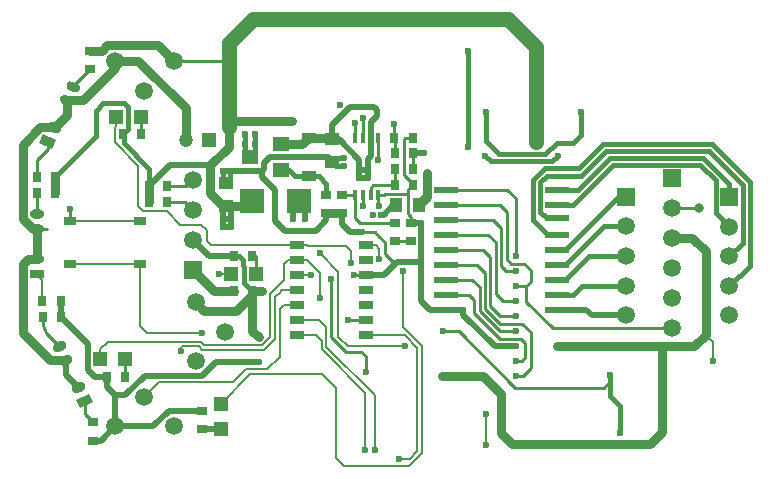
<source format=gbr>
%TF.GenerationSoftware,KiCad,Pcbnew,(5.1.8-0-10_14)*%
%TF.CreationDate,2022-01-05T18:09:54+08:00*%
%TF.ProjectId,MicroMouse,4d696372-6f4d-46f7-9573-652e6b696361,rev?*%
%TF.SameCoordinates,Original*%
%TF.FileFunction,Copper,L1,Top*%
%TF.FilePolarity,Positive*%
%FSLAX46Y46*%
G04 Gerber Fmt 4.6, Leading zero omitted, Abs format (unit mm)*
G04 Created by KiCad (PCBNEW (5.1.8-0-10_14)) date 2022-01-05 18:09:54*
%MOMM*%
%LPD*%
G01*
G04 APERTURE LIST*
%TA.AperFunction,ComponentPad*%
%ADD10C,1.500000*%
%TD*%
%TA.AperFunction,ComponentPad*%
%ADD11R,1.500000X1.500000*%
%TD*%
%TA.AperFunction,ComponentPad*%
%ADD12C,1.200000*%
%TD*%
%TA.AperFunction,ComponentPad*%
%ADD13R,1.200000X1.200000*%
%TD*%
%TA.AperFunction,ComponentPad*%
%ADD14C,0.100000*%
%TD*%
%TA.AperFunction,ComponentPad*%
%ADD15O,1.200000X0.800000*%
%TD*%
%TA.AperFunction,ComponentPad*%
%ADD16R,1.200000X0.800000*%
%TD*%
%TA.AperFunction,SMDPad,CuDef*%
%ADD17R,0.787000X0.864000*%
%TD*%
%TA.AperFunction,SMDPad,CuDef*%
%ADD18R,1.270000X0.700000*%
%TD*%
%TA.AperFunction,SMDPad,CuDef*%
%ADD19R,2.000000X0.600000*%
%TD*%
%TA.AperFunction,SMDPad,CuDef*%
%ADD20R,0.400000X0.950000*%
%TD*%
%TA.AperFunction,SMDPad,CuDef*%
%ADD21R,1.000000X0.700000*%
%TD*%
%TA.AperFunction,SMDPad,CuDef*%
%ADD22R,0.864000X0.787000*%
%TD*%
%TA.AperFunction,SMDPad,CuDef*%
%ADD23R,1.400000X1.200000*%
%TD*%
%TA.AperFunction,SMDPad,CuDef*%
%ADD24R,1.200000X1.200000*%
%TD*%
%TA.AperFunction,SMDPad,CuDef*%
%ADD25R,1.220000X0.910000*%
%TD*%
%TA.AperFunction,SMDPad,CuDef*%
%ADD26R,2.000000X2.000000*%
%TD*%
%TA.AperFunction,SMDPad,CuDef*%
%ADD27R,1.200000X1.140000*%
%TD*%
%TA.AperFunction,SMDPad,CuDef*%
%ADD28R,1.140000X1.200000*%
%TD*%
%TA.AperFunction,ViaPad*%
%ADD29C,0.600000*%
%TD*%
%TA.AperFunction,ViaPad*%
%ADD30C,0.800000*%
%TD*%
%TA.AperFunction,Conductor*%
%ADD31C,0.508000*%
%TD*%
%TA.AperFunction,Conductor*%
%ADD32C,0.250000*%
%TD*%
%TA.AperFunction,Conductor*%
%ADD33C,0.254000*%
%TD*%
%TA.AperFunction,Conductor*%
%ADD34C,0.381000*%
%TD*%
%TA.AperFunction,Conductor*%
%ADD35C,0.762000*%
%TD*%
%TA.AperFunction,Conductor*%
%ADD36C,0.200000*%
%TD*%
%TA.AperFunction,Conductor*%
%ADD37C,1.270000*%
%TD*%
G04 APERTURE END LIST*
D10*
X82189460Y-84541500D03*
X82189460Y-87081500D03*
X82189460Y-89621500D03*
D11*
X82189460Y-92161500D03*
D12*
X81604240Y-81196320D03*
D13*
X83604240Y-81196320D03*
%TA.AperFunction,ComponentPad*%
G36*
G01*
X72887034Y-102429010D02*
X72524510Y-102598058D01*
G75*
G02*
X71992940Y-102404582I-169047J362523D01*
G01*
X71992940Y-102404582D01*
G75*
G02*
X72186416Y-101873012I362523J169047D01*
G01*
X72548940Y-101703964D01*
G75*
G02*
X73080510Y-101897440I169047J-362523D01*
G01*
X73080510Y-101897440D01*
G75*
G02*
X72887034Y-102429010I-362523J-169047D01*
G01*
G37*
%TD.AperFunction*%
%TA.AperFunction,ComponentPad*%
G36*
G01*
X71813584Y-100126988D02*
X71451060Y-100296036D01*
G75*
G02*
X70919490Y-100102560I-169047J362523D01*
G01*
X70919490Y-100102560D01*
G75*
G02*
X71112966Y-99570990I362523J169047D01*
G01*
X71475490Y-99401942D01*
G75*
G02*
X72007060Y-99595418I169047J-362523D01*
G01*
X72007060Y-99595418D01*
G75*
G02*
X71813584Y-100126988I-362523J-169047D01*
G01*
G37*
%TD.AperFunction*%
%TA.AperFunction,ComponentPad*%
G36*
G01*
X71276859Y-98975977D02*
X70914335Y-99145025D01*
G75*
G02*
X70382765Y-98951549I-169047J362523D01*
G01*
X70382765Y-98951549D01*
G75*
G02*
X70576241Y-98419979I362523J169047D01*
G01*
X70938765Y-98250931D01*
G75*
G02*
X71470335Y-98444407I169047J-362523D01*
G01*
X71470335Y-98444407D01*
G75*
G02*
X71276859Y-98975977I-362523J-169047D01*
G01*
G37*
%TD.AperFunction*%
%TA.AperFunction,ComponentPad*%
D14*
G36*
X73786282Y-103410974D02*
G01*
X72698713Y-103918116D01*
X72360618Y-103193070D01*
X73448187Y-102685928D01*
X73786282Y-103410974D01*
G37*
%TD.AperFunction*%
D15*
X69000000Y-91270000D03*
X69000000Y-88730000D03*
X69000000Y-87460000D03*
D16*
X69000000Y-92540000D03*
%TA.AperFunction,ComponentPad*%
G36*
G01*
X70475490Y-80598058D02*
X70112966Y-80429010D01*
G75*
G02*
X69919490Y-79897440I169047J362523D01*
G01*
X69919490Y-79897440D01*
G75*
G02*
X70451060Y-79703964I362523J-169047D01*
G01*
X70813584Y-79873012D01*
G75*
G02*
X71007060Y-80404582I-169047J-362523D01*
G01*
X71007060Y-80404582D01*
G75*
G02*
X70475490Y-80598058I-362523J169047D01*
G01*
G37*
%TD.AperFunction*%
%TA.AperFunction,ComponentPad*%
G36*
G01*
X71548940Y-78296036D02*
X71186416Y-78126988D01*
G75*
G02*
X70992940Y-77595418I169047J362523D01*
G01*
X70992940Y-77595418D01*
G75*
G02*
X71524510Y-77401942I362523J-169047D01*
G01*
X71887034Y-77570990D01*
G75*
G02*
X72080510Y-78102560I-169047J-362523D01*
G01*
X72080510Y-78102560D01*
G75*
G02*
X71548940Y-78296036I-362523J169047D01*
G01*
G37*
%TD.AperFunction*%
%TA.AperFunction,ComponentPad*%
G36*
G01*
X72085665Y-77145025D02*
X71723141Y-76975977D01*
G75*
G02*
X71529665Y-76444407I169047J362523D01*
G01*
X71529665Y-76444407D01*
G75*
G02*
X72061235Y-76250931I362523J-169047D01*
G01*
X72423759Y-76419979D01*
G75*
G02*
X72617235Y-76951549I-169047J-362523D01*
G01*
X72617235Y-76951549D01*
G75*
G02*
X72085665Y-77145025I-362523J169047D01*
G01*
G37*
%TD.AperFunction*%
%TA.AperFunction,ComponentPad*%
D14*
G36*
X70301287Y-81918116D02*
G01*
X69213718Y-81410974D01*
X69551813Y-80685928D01*
X70639382Y-81193070D01*
X70301287Y-81918116D01*
G37*
%TD.AperFunction*%
D10*
X118859440Y-96017240D03*
X118859440Y-93517240D03*
X118859440Y-91017240D03*
X118859440Y-88517240D03*
D11*
X118859440Y-86017240D03*
D17*
X78508700Y-86408400D03*
X80058700Y-86408400D03*
X78508700Y-85072360D03*
X80058700Y-85072360D03*
D10*
X127640220Y-96052800D03*
X127640220Y-93552800D03*
X127640220Y-91052800D03*
X127640220Y-88552800D03*
D11*
X127640220Y-86052800D03*
D18*
X96867440Y-90101400D03*
X96867440Y-91361400D03*
X96867440Y-92631400D03*
X96867440Y-95171400D03*
X96867440Y-96441400D03*
X96867440Y-97711400D03*
X91067440Y-97711400D03*
X91067440Y-96441400D03*
X91067440Y-95171400D03*
X91067440Y-90091400D03*
X91067440Y-91361400D03*
X91067440Y-92631400D03*
X96867440Y-93901400D03*
X91067440Y-93901400D03*
D19*
X113018440Y-85397480D03*
X113018440Y-86667480D03*
X113018440Y-87827480D03*
X113018440Y-89207480D03*
X113018440Y-90477480D03*
X113018440Y-91747480D03*
X113018440Y-93017480D03*
X113018440Y-94287480D03*
X113018440Y-95557480D03*
X103618440Y-95557480D03*
X103618440Y-94287480D03*
X103618440Y-93017480D03*
X103618440Y-91747480D03*
X103618440Y-90477480D03*
X103618440Y-89207480D03*
X103618440Y-87937480D03*
X103618440Y-86667480D03*
X103618440Y-85397480D03*
D20*
X95974400Y-81034060D03*
X96624400Y-81034060D03*
X97274400Y-81034060D03*
X97924400Y-81034060D03*
X97924400Y-85834060D03*
X97274400Y-85834060D03*
X95974400Y-85834060D03*
X96624400Y-85834060D03*
D21*
X77775200Y-91725500D03*
X71775200Y-91725500D03*
X77775200Y-88025500D03*
X71775200Y-88025500D03*
D10*
X78117840Y-77005960D03*
X75617840Y-74505960D03*
X80617840Y-74505960D03*
X78117840Y-102948240D03*
X80617840Y-105448240D03*
X75617840Y-105448240D03*
X84943460Y-97442160D03*
X82443460Y-99942160D03*
X82443460Y-94942160D03*
D22*
X82994500Y-105661760D03*
X82994500Y-104111760D03*
X73499980Y-75197000D03*
X73499980Y-73647000D03*
D17*
X70536100Y-84340700D03*
X68986100Y-84340700D03*
X69494100Y-96179640D03*
X71044100Y-96179640D03*
D22*
X73761600Y-106642200D03*
X73761600Y-105092200D03*
D17*
X76280980Y-80718660D03*
X77830980Y-80718660D03*
X74947480Y-101274880D03*
X76497480Y-101274880D03*
X68991180Y-85669120D03*
X70541180Y-85669120D03*
X71026320Y-94828360D03*
X69476320Y-94828360D03*
X85678980Y-91020900D03*
X87228980Y-91020900D03*
D22*
X93494860Y-87394080D03*
X93494860Y-85844080D03*
X99319220Y-89775000D03*
X99319220Y-88225000D03*
D17*
X100838440Y-84988540D03*
X99288440Y-84988540D03*
X99288440Y-83652500D03*
X100838440Y-83652500D03*
X100828280Y-80993120D03*
X99278280Y-80993120D03*
X99288440Y-82316460D03*
X100838440Y-82316460D03*
D23*
X87033720Y-82649200D03*
X89633720Y-81549200D03*
X89633720Y-83749200D03*
D11*
X122753260Y-84417040D03*
D10*
X122753260Y-86957040D03*
X122753260Y-89497040D03*
X122753260Y-92037040D03*
X122753260Y-94577040D03*
X122753260Y-97117040D03*
D24*
X77821500Y-79217520D03*
X75721500Y-79217520D03*
X76477840Y-99722940D03*
X74377840Y-99722940D03*
X87564940Y-92516960D03*
X85464940Y-92516960D03*
X84594700Y-105675140D03*
X84594700Y-103575140D03*
D25*
X92024340Y-84276580D03*
X92024340Y-81006580D03*
D26*
X87202400Y-86324580D03*
X91202400Y-86324580D03*
D17*
X87254380Y-94013020D03*
X85704380Y-94013020D03*
D27*
X85044420Y-84836180D03*
X85044420Y-86746180D03*
D28*
X101351180Y-86715080D03*
X99441180Y-86715080D03*
D22*
X94825820Y-87363300D03*
X94825820Y-85813300D03*
X100655260Y-88225000D03*
X100655260Y-89775000D03*
D27*
X93992840Y-83022540D03*
X93992840Y-81112540D03*
D29*
X126270000Y-99930000D03*
X105100000Y-95560000D03*
X103340000Y-101200000D03*
X85390000Y-83860000D03*
X95820000Y-92630000D03*
X109532560Y-98656280D03*
X113030140Y-98656280D03*
X125628540Y-96225500D03*
X95021540Y-82753340D03*
X95021540Y-83401040D03*
X94660860Y-78260080D03*
X84760000Y-83860000D03*
X97932240Y-86761320D03*
X93934280Y-92984320D03*
X96855280Y-100820220D03*
X101569520Y-88229440D03*
X96500000Y-89020000D03*
X113192560Y-106956860D03*
X96306780Y-83710920D03*
X97002740Y-83708380D03*
X96306780Y-84376400D03*
X97002740Y-84384020D03*
X101821120Y-82313920D03*
X95971500Y-79748520D03*
X97929700Y-82915760D03*
X102021640Y-84609940D03*
X102019100Y-83959700D03*
X90718640Y-87866220D03*
X91678760Y-87863680D03*
X98135440Y-87530940D03*
X97477580Y-87528400D03*
X84790000Y-88560000D03*
X85430000Y-88560000D03*
X85430000Y-87890000D03*
X84790000Y-87910000D03*
X90580000Y-79550000D03*
D30*
X111269920Y-81356340D03*
X111269920Y-80297160D03*
X111269920Y-79253220D03*
X111269920Y-78196580D03*
X125095140Y-86972280D03*
D29*
X92196920Y-92631260D03*
X87772240Y-97962720D03*
X87777320Y-100000000D03*
X88181180Y-94010480D03*
X100009960Y-92306280D03*
X84401660Y-92516960D03*
X98013520Y-91307920D03*
X92986860Y-94569280D03*
X95605600Y-91597480D03*
X109532560Y-93576280D03*
X96624280Y-79347200D03*
X99276040Y-79829800D03*
X96624140Y-86824820D03*
X99640000Y-108220000D03*
X81168240Y-99067620D03*
X97610000Y-107440000D03*
X95370000Y-96440000D03*
X96800000Y-107420000D03*
X92986860Y-90800000D03*
X100213160Y-98656140D03*
X109532560Y-101196280D03*
X109532560Y-99926280D03*
X109532560Y-91033740D03*
X109532560Y-92306280D03*
X109532560Y-94846280D03*
X109532560Y-96116280D03*
X109532560Y-97386280D03*
X106990000Y-82510000D03*
X113100000Y-82510000D03*
X71772780Y-86995000D03*
X107000000Y-104394000D03*
X107000000Y-107000000D03*
X86600000Y-81500000D03*
X87465040Y-81503660D03*
X86601440Y-80680700D03*
X87465040Y-80680700D03*
X118410000Y-105960000D03*
X103402560Y-97400000D03*
X83000000Y-97500000D03*
X117522560Y-101120000D03*
X105530000Y-73640000D03*
X105520000Y-81750000D03*
X107020000Y-78810000D03*
X115050000Y-78810000D03*
D31*
X109108296Y-98656280D02*
X109532560Y-98656280D01*
X103618440Y-95557480D02*
X104318440Y-95557480D01*
D32*
X69850000Y-88730000D02*
X69000000Y-88730000D01*
D33*
X100454179Y-85372801D02*
X100838440Y-84988540D01*
X100655260Y-87693760D02*
X100454179Y-87492679D01*
X100655260Y-88112440D02*
X100655260Y-87693760D01*
X98378400Y-85834060D02*
X97924400Y-85834060D01*
X98464919Y-85747541D02*
X98378400Y-85834060D01*
X99943541Y-85747541D02*
X98464919Y-85747541D01*
X99963823Y-85727259D02*
X99943541Y-85747541D01*
X100454179Y-85727259D02*
X99963823Y-85727259D01*
X100454179Y-85727259D02*
X100454179Y-85372801D01*
X100454179Y-87492679D02*
X100454179Y-85727259D01*
X97924400Y-86753480D02*
X97932240Y-86761320D01*
X97924400Y-85834060D02*
X97924400Y-86753480D01*
D32*
X100184780Y-80993120D02*
X100053140Y-81124760D01*
X100828280Y-80993120D02*
X100184780Y-80993120D01*
X100838440Y-84950040D02*
X100838440Y-84988540D01*
X100053140Y-84164740D02*
X100838440Y-84950040D01*
X100053140Y-81124760D02*
X100053140Y-84164740D01*
X93494860Y-87394080D02*
X93494860Y-87734140D01*
X97757660Y-92626180D02*
X97975420Y-92626180D01*
X97752440Y-92631400D02*
X97757660Y-92626180D01*
X96867440Y-92631400D02*
X97752440Y-92631400D01*
X93934280Y-97629980D02*
X93934280Y-92984320D01*
X93934280Y-97882850D02*
X93934280Y-97629980D01*
X95157579Y-99106149D02*
X93934280Y-97882850D01*
X96472170Y-99106150D02*
X95157579Y-99106149D01*
X96855280Y-99489260D02*
X96472170Y-99106150D01*
X96855280Y-100820220D02*
X96855280Y-99489260D01*
D31*
X113030140Y-98656280D02*
X121923720Y-98656280D01*
D33*
X96866040Y-92630000D02*
X96867440Y-92631400D01*
X95820000Y-92630000D02*
X96866040Y-92630000D01*
D34*
X85390000Y-83860000D02*
X84760000Y-83860000D01*
X93992840Y-83022540D02*
X93728999Y-82758699D01*
D35*
X124495700Y-89497040D02*
X125628540Y-90629880D01*
X122753260Y-89497040D02*
X124495700Y-89497040D01*
X125628540Y-90629880D02*
X125628540Y-96225500D01*
X125628540Y-97686000D02*
X124658260Y-98656280D01*
X125628540Y-96225500D02*
X125628540Y-97686000D01*
X113030140Y-98656280D02*
X124658260Y-98656280D01*
X121923720Y-105936280D02*
X120903140Y-106956860D01*
X121923720Y-98656280D02*
X121923720Y-105936280D01*
X120903140Y-106956860D02*
X113192560Y-106956860D01*
X106790000Y-101200000D02*
X103340000Y-101200000D01*
X108310000Y-102720000D02*
X106790000Y-101200000D01*
X108310000Y-106020000D02*
X108310000Y-102720000D01*
X109246860Y-106956860D02*
X108310000Y-106020000D01*
X113192560Y-106956860D02*
X109246860Y-106956860D01*
D31*
X103620960Y-95560000D02*
X103618440Y-95557480D01*
X105100000Y-95560000D02*
X103620960Y-95560000D01*
X107772016Y-98656280D02*
X109532560Y-98656280D01*
X105100000Y-95984264D02*
X107772016Y-98656280D01*
X105100000Y-95560000D02*
X105100000Y-95984264D01*
X102327480Y-95557480D02*
X103618440Y-95557480D01*
X101569520Y-94799520D02*
X102327480Y-95557480D01*
X101565080Y-88225000D02*
X101569520Y-88229440D01*
X100655260Y-88225000D02*
X101565080Y-88225000D01*
X96867440Y-92631400D02*
X98378600Y-92631400D01*
X101546761Y-91552279D02*
X101569520Y-91529520D01*
X99457721Y-91552279D02*
X101546761Y-91552279D01*
X101569520Y-91529520D02*
X101569520Y-94799520D01*
X101569520Y-88229440D02*
X101569520Y-91529520D01*
D33*
X98440529Y-90806967D02*
X99255000Y-91621438D01*
D31*
X99255000Y-91755000D02*
X99457721Y-91552279D01*
D33*
X99255000Y-91621438D02*
X99255000Y-91755000D01*
X98440529Y-89830529D02*
X98440529Y-90806967D01*
D31*
X98378600Y-92631400D02*
X99255000Y-91755000D01*
D35*
X94795040Y-87394080D02*
X94825820Y-87363300D01*
X93494860Y-87394080D02*
X94795040Y-87394080D01*
D31*
X93494860Y-87394080D02*
X93494860Y-87985140D01*
X93494860Y-87985140D02*
X92620000Y-88860000D01*
X92620000Y-88860000D02*
X90010000Y-88860000D01*
X90010000Y-88860000D02*
X89180000Y-88030000D01*
X88057800Y-84290482D02*
X88057800Y-83860000D01*
X89180000Y-85412682D02*
X88057800Y-84290482D01*
X89180000Y-88030000D02*
X89180000Y-85412682D01*
X84760000Y-83860000D02*
X88057800Y-83860000D01*
D35*
X84040980Y-94013020D02*
X82189460Y-92161500D01*
X85704380Y-94013020D02*
X84040980Y-94013020D01*
D31*
X71463275Y-101077561D02*
X72536725Y-102151011D01*
X71463275Y-99848989D02*
X71463275Y-101077561D01*
D35*
X68224198Y-91270000D02*
X69000000Y-91270000D01*
X67818999Y-97547975D02*
X67818999Y-91675199D01*
X67818999Y-91675199D02*
X68224198Y-91270000D01*
X70120013Y-99848989D02*
X67818999Y-97547975D01*
X71463275Y-99848989D02*
X70120013Y-99848989D01*
X69000000Y-91270000D02*
X69000000Y-88730000D01*
X70417182Y-80104918D02*
X70463275Y-80151011D01*
X69311150Y-80104918D02*
X70417182Y-80104918D01*
X67818990Y-81597078D02*
X69311150Y-80104918D01*
X67818990Y-87866347D02*
X67818990Y-81597078D01*
X68682643Y-88730000D02*
X67818990Y-87866347D01*
X69000000Y-88730000D02*
X68682643Y-88730000D01*
X71536725Y-79077561D02*
X70463275Y-80151011D01*
X71536725Y-77848989D02*
X71536725Y-79077561D01*
X75617840Y-75111136D02*
X75617840Y-74505960D01*
X72879987Y-77848989D02*
X75617840Y-75111136D01*
X71536725Y-77848989D02*
X72879987Y-77848989D01*
X81604240Y-78522478D02*
X81604240Y-81196320D01*
X77587722Y-74505960D02*
X81604240Y-78522478D01*
X75617840Y-74505960D02*
X77587722Y-74505960D01*
D31*
X96500000Y-89020000D02*
X95550000Y-89020000D01*
X94825820Y-88295820D02*
X94825820Y-87363300D01*
X95550000Y-89020000D02*
X94825820Y-88295820D01*
D33*
X96500000Y-89020000D02*
X97630000Y-89020000D01*
X97985000Y-89375000D02*
X98440529Y-89830529D01*
X97630000Y-89020000D02*
X97985000Y-89375000D01*
X97903700Y-89293700D02*
X97985000Y-89375000D01*
D34*
X84760000Y-84551760D02*
X85044420Y-84836180D01*
X84760000Y-83860000D02*
X84760000Y-84551760D01*
X85390000Y-84490600D02*
X85044420Y-84836180D01*
X85390000Y-83860000D02*
X85390000Y-84490600D01*
X94262040Y-82753340D02*
X93992840Y-83022540D01*
X95021540Y-82753340D02*
X94262040Y-82753340D01*
X94371340Y-83401040D02*
X93992840Y-83022540D01*
X95021540Y-83401040D02*
X94371340Y-83401040D01*
D31*
X93992840Y-83022540D02*
X93630300Y-82660000D01*
X88737118Y-82660000D02*
X88260000Y-83137118D01*
X93630300Y-82660000D02*
X88737118Y-82660000D01*
X88260000Y-83657800D02*
X88260000Y-83137118D01*
X88057800Y-83860000D02*
X88260000Y-83657800D01*
D36*
X126270000Y-98327460D02*
X125628540Y-97686000D01*
X126270000Y-99930000D02*
X126270000Y-98327460D01*
D34*
X97274400Y-81034060D02*
X97274400Y-82281020D01*
D33*
X100838440Y-82316460D02*
X100838440Y-83652500D01*
D31*
X101818580Y-82316460D02*
X101821120Y-82313920D01*
X100838440Y-82316460D02*
X101818580Y-82316460D01*
X97000200Y-83710920D02*
X97002740Y-83708380D01*
X96306780Y-83710920D02*
X97000200Y-83710920D01*
X97002740Y-83708380D02*
X97002740Y-84384020D01*
X96306780Y-83710920D02*
X96306780Y-84376400D01*
X96995120Y-84376400D02*
X97002740Y-84384020D01*
X96306780Y-84376400D02*
X96995120Y-84376400D01*
X93992840Y-81112540D02*
X94562540Y-81112540D01*
X96306780Y-82856780D02*
X96306780Y-83710920D01*
X94562540Y-81112540D02*
X96306780Y-82856780D01*
X93992840Y-79935982D02*
X93992840Y-81112540D01*
X95548822Y-78380000D02*
X93992840Y-79935982D01*
X97530000Y-78380000D02*
X95548822Y-78380000D01*
X97840000Y-78690000D02*
X97530000Y-78380000D01*
X97840000Y-79139362D02*
X97840000Y-78690000D01*
X97274400Y-79704962D02*
X97840000Y-79139362D01*
X97274400Y-81034060D02*
X97274400Y-79704962D01*
X97002740Y-82834838D02*
X97002740Y-84384020D01*
X97274400Y-82563178D02*
X97002740Y-82834838D01*
X97274400Y-81034060D02*
X97274400Y-82563178D01*
D35*
X91481720Y-81549200D02*
X92024340Y-81006580D01*
X89633720Y-81549200D02*
X91481720Y-81549200D01*
X93886880Y-81006580D02*
X93992840Y-81112540D01*
X92024340Y-81006580D02*
X93886880Y-81006580D01*
D33*
X95974400Y-79751420D02*
X95971500Y-79748520D01*
X95974400Y-81034060D02*
X95974400Y-79751420D01*
X99319220Y-89775000D02*
X100655260Y-89775000D01*
X95973900Y-85834560D02*
X95974400Y-85834060D01*
X96393640Y-88225000D02*
X99319220Y-88225000D01*
X95974400Y-87805760D02*
X96393640Y-88225000D01*
X95974400Y-85834060D02*
X95974400Y-87805760D01*
X95953640Y-85813300D02*
X95974400Y-85834060D01*
X94825820Y-85813300D02*
X95953640Y-85813300D01*
X97924400Y-82910460D02*
X97929700Y-82915760D01*
X97924400Y-81034060D02*
X97924400Y-82910460D01*
D31*
X102021640Y-85844620D02*
X101351180Y-86515080D01*
X102021640Y-84609940D02*
X102021640Y-85844620D01*
D35*
X102019100Y-84607400D02*
X102021640Y-84609940D01*
X102019100Y-83959700D02*
X102019100Y-84607400D01*
X102021640Y-86044620D02*
X101351180Y-86715080D01*
X102021640Y-84609940D02*
X102021640Y-86044620D01*
D31*
X99186438Y-86715080D02*
X99441180Y-86715080D01*
X98370578Y-87530940D02*
X99186438Y-86715080D01*
X98135440Y-87530940D02*
X98370578Y-87530940D01*
X91678760Y-86800940D02*
X91202400Y-86324580D01*
X91678760Y-87863680D02*
X91678760Y-86800940D01*
X90718640Y-86808340D02*
X91202400Y-86324580D01*
X90718640Y-87866220D02*
X90718640Y-86808340D01*
D35*
X86780800Y-86746180D02*
X87202400Y-86324580D01*
X85044420Y-86746180D02*
X86780800Y-86746180D01*
D37*
X85250160Y-72966720D02*
X87287240Y-70929640D01*
X87287240Y-70929640D02*
X108907720Y-70929640D01*
X108907720Y-70929640D02*
X111269920Y-73291840D01*
X111269920Y-73291840D02*
X111269920Y-78196580D01*
X111269920Y-81356340D02*
X111269920Y-81356340D01*
X111269920Y-80297160D02*
X111269920Y-81356340D01*
X111269920Y-79253220D02*
X111269920Y-80297160D01*
X111269920Y-78196580D02*
X111269920Y-79253220D01*
D33*
X125079900Y-86957040D02*
X125095140Y-86972280D01*
X122753260Y-86957040D02*
X125079900Y-86957040D01*
D35*
X83703300Y-83307060D02*
X85250160Y-81760200D01*
X85250160Y-81760200D02*
X85250160Y-80134600D01*
X83703300Y-85710862D02*
X83703300Y-83307060D01*
X84738618Y-86746180D02*
X83703300Y-85710862D01*
X85044420Y-86746180D02*
X84738618Y-86746180D01*
D33*
X85026640Y-74505960D02*
X85250160Y-74729480D01*
X80617840Y-74505960D02*
X85026640Y-74505960D01*
D37*
X85250160Y-74729480D02*
X85250160Y-72966720D01*
D33*
X85519540Y-79865220D02*
X85250160Y-80134600D01*
D32*
X74443600Y-106642200D02*
X74443900Y-106641900D01*
X73761600Y-106642200D02*
X74443600Y-106642200D01*
X74443600Y-106622480D02*
X74678540Y-106387540D01*
X74443600Y-106642200D02*
X74443600Y-106622480D01*
X74678540Y-106387540D02*
X75617840Y-105448240D01*
D36*
X76280980Y-81518464D02*
X76280980Y-80718660D01*
X78508700Y-83746184D02*
X76280980Y-81518464D01*
X92196780Y-92631400D02*
X92196920Y-92631260D01*
X91067440Y-92631400D02*
X92196780Y-92631400D01*
D34*
X88178640Y-94013020D02*
X88181180Y-94010480D01*
X87254380Y-94013020D02*
X88178640Y-94013020D01*
X83703300Y-83307060D02*
X81437340Y-83307060D01*
X78508700Y-83746184D02*
X78508700Y-85072360D01*
X78508700Y-83618198D02*
X76344973Y-81454471D01*
X78508700Y-83746184D02*
X78508700Y-83618198D01*
X76344973Y-80782653D02*
X76280980Y-80718660D01*
X76344973Y-81454471D02*
X76344973Y-80782653D01*
X76712001Y-80287639D02*
X76712001Y-78423019D01*
X76712001Y-78423019D02*
X76375731Y-78086749D01*
X76280980Y-80718660D02*
X76712001Y-80287639D01*
X74635831Y-78086749D02*
X74002900Y-78719680D01*
X76375731Y-78086749D02*
X74635831Y-78086749D01*
X74002900Y-78719680D02*
X74002900Y-80835400D01*
X70536100Y-84302200D02*
X70536100Y-84340700D01*
X74002900Y-80835400D02*
X70536100Y-84302200D01*
D31*
X83588860Y-91020900D02*
X82189460Y-89621500D01*
X85678980Y-91020900D02*
X83588860Y-91020900D01*
D34*
X86574439Y-93333079D02*
X87254380Y-94013020D01*
X86444979Y-91794979D02*
X86574439Y-91924439D01*
X86444979Y-91364979D02*
X86444979Y-91794979D01*
X86574439Y-91924439D02*
X86574439Y-93333079D01*
X86100900Y-91020900D02*
X86444979Y-91364979D01*
X85678980Y-91020900D02*
X86100900Y-91020900D01*
D35*
X83193459Y-95692159D02*
X82443460Y-94942160D01*
X85896543Y-95692159D02*
X83193459Y-95692159D01*
X87254380Y-94334322D02*
X85896543Y-95692159D01*
X87254380Y-94013020D02*
X87254380Y-94334322D01*
X87254380Y-97372050D02*
X87771100Y-97888770D01*
X87254380Y-94013020D02*
X87254380Y-97372050D01*
X88100171Y-94013020D02*
X88100171Y-94010480D01*
X87254380Y-94013020D02*
X88100171Y-94013020D01*
D31*
X78150343Y-101150419D02*
X76497302Y-102803460D01*
X83017123Y-101150419D02*
X78150343Y-101150419D01*
X84167542Y-100000000D02*
X83017123Y-101150419D01*
X87777320Y-100000000D02*
X84167542Y-100000000D01*
X75617840Y-102803460D02*
X74947480Y-102133100D01*
X76497302Y-102803460D02*
X75617840Y-102803460D01*
X74947480Y-102133100D02*
X74947480Y-101274880D01*
X75617840Y-102803460D02*
X75617840Y-105448240D01*
X74423880Y-106642200D02*
X75617840Y-105448240D01*
X73761600Y-106642200D02*
X74423880Y-106642200D01*
X78835918Y-105448240D02*
X75617840Y-105448240D01*
X80172398Y-104111760D02*
X78835918Y-105448240D01*
X82994500Y-104111760D02*
X80172398Y-104111760D01*
X73912578Y-101274880D02*
X74947480Y-101274880D01*
X73323839Y-100686141D02*
X73912578Y-101274880D01*
X73323839Y-98459379D02*
X73323839Y-100686141D01*
X71044100Y-96179640D02*
X73323839Y-98459379D01*
X71026320Y-96161860D02*
X71044100Y-96179640D01*
X71026320Y-94828360D02*
X71026320Y-96161860D01*
D35*
X79286839Y-73174959D02*
X80617840Y-74505960D01*
X74978959Y-73174959D02*
X79286839Y-73174959D01*
X74506918Y-73647000D02*
X74978959Y-73174959D01*
X73499980Y-73647000D02*
X74506918Y-73647000D01*
X70536100Y-85664040D02*
X70541180Y-85669120D01*
X70536100Y-84340700D02*
X70536100Y-85664040D01*
X78508700Y-85072360D02*
X78508700Y-86408400D01*
X90580000Y-79550000D02*
X85580000Y-79550000D01*
D37*
X85250160Y-79879840D02*
X85250160Y-74729480D01*
D35*
X85580000Y-79550000D02*
X85250160Y-79879840D01*
D37*
X85250160Y-80134600D02*
X85250160Y-79879840D01*
D31*
X85410000Y-87910000D02*
X85430000Y-87890000D01*
X84790000Y-87910000D02*
X85410000Y-87910000D01*
X85430000Y-87890000D02*
X85430000Y-88560000D01*
X84790000Y-87910000D02*
X84790000Y-88560000D01*
X84790000Y-88560000D02*
X85430000Y-88560000D01*
X84790000Y-87000600D02*
X85044420Y-86746180D01*
X84790000Y-87910000D02*
X84790000Y-87000600D01*
X85430000Y-87131760D02*
X85044420Y-86746180D01*
X85430000Y-87890000D02*
X85430000Y-87131760D01*
X80274000Y-83307060D02*
X78508700Y-85072360D01*
X83703300Y-83307060D02*
X80274000Y-83307060D01*
X113018440Y-95557480D02*
X115532040Y-95557480D01*
X115991800Y-96017240D02*
X118859440Y-96017240D01*
X115532040Y-95557480D02*
X115991800Y-96017240D01*
D34*
X89633720Y-83749200D02*
X90329200Y-83749200D01*
X90856580Y-84276580D02*
X92024340Y-84276580D01*
X90329200Y-83749200D02*
X90856580Y-84276580D01*
X92888340Y-84276580D02*
X93494860Y-84883100D01*
X92024340Y-84276580D02*
X92888340Y-84276580D01*
X93494860Y-84883100D02*
X93494860Y-85844080D01*
D31*
X84581320Y-105661760D02*
X84594700Y-105675140D01*
X82994500Y-105661760D02*
X84581320Y-105661760D01*
D36*
X101641070Y-98630350D02*
X101641070Y-107704629D01*
X101641070Y-107704629D02*
X100515699Y-108830000D01*
X100009960Y-96999240D02*
X101641070Y-98630350D01*
X100009960Y-92306280D02*
X100009960Y-96999240D01*
X84594700Y-103575140D02*
X84594700Y-103525300D01*
X84594700Y-103525300D02*
X87090000Y-101030000D01*
X87090000Y-101030000D02*
X93180000Y-101030000D01*
X93180000Y-101030000D02*
X94320000Y-102170000D01*
X94320000Y-108120000D02*
X95030000Y-108830000D01*
X94320000Y-102170000D02*
X94320000Y-108120000D01*
X100515699Y-108830000D02*
X95030000Y-108830000D01*
D33*
X87564260Y-92516280D02*
X87564940Y-92516960D01*
X87564260Y-90975180D02*
X87564260Y-92516280D01*
D36*
X98013520Y-90883656D02*
X98013520Y-91307920D01*
X98013520Y-90412480D02*
X98013520Y-90883656D01*
X97702440Y-90101400D02*
X98013520Y-90412480D01*
X96867440Y-90101400D02*
X97702440Y-90101400D01*
X85464940Y-92516960D02*
X84401660Y-92516960D01*
D33*
X76497480Y-99742580D02*
X76477840Y-99722940D01*
X76497480Y-101274880D02*
X76497480Y-99742580D01*
D36*
X92986860Y-94145016D02*
X92986860Y-94569280D01*
X92986860Y-92445820D02*
X92986860Y-94145016D01*
X91902440Y-91361400D02*
X92986860Y-92445820D01*
X91067440Y-91361400D02*
X91902440Y-91361400D01*
X75024330Y-98276450D02*
X74377840Y-98922940D01*
X82897451Y-98276450D02*
X75024330Y-98276450D01*
X83190780Y-98569780D02*
X82897451Y-98276450D01*
X88053182Y-98569780D02*
X83190780Y-98569780D01*
X88781181Y-97841781D02*
X88053182Y-98569780D01*
X74377840Y-98922940D02*
X74377840Y-99722940D01*
X91067440Y-91361400D02*
X90368600Y-91361400D01*
X91067440Y-91361400D02*
X90258600Y-91361400D01*
X90258600Y-91361400D02*
X89920000Y-91700000D01*
X89920000Y-91700000D02*
X89920000Y-93070000D01*
X89920000Y-93070000D02*
X88781181Y-94208819D01*
X88781181Y-94208819D02*
X88781181Y-97841781D01*
D33*
X77821500Y-80709180D02*
X77830980Y-80718660D01*
X77821500Y-79217520D02*
X77821500Y-80709180D01*
X75560479Y-79378541D02*
X75721500Y-79217520D01*
D36*
X91902440Y-90091400D02*
X91067440Y-90091400D01*
X95176901Y-90183261D02*
X91994301Y-90183261D01*
X95605600Y-90611960D02*
X95176901Y-90183261D01*
X91994301Y-90183261D02*
X91902440Y-90091400D01*
X95605600Y-91597480D02*
X95605600Y-90611960D01*
X75721500Y-80017520D02*
X75721500Y-79217520D01*
X78020000Y-87240000D02*
X77570000Y-86790000D01*
X80050000Y-87240000D02*
X78020000Y-87240000D01*
X75587479Y-81390661D02*
X75587479Y-80151541D01*
X83761400Y-90091400D02*
X83425000Y-89755000D01*
X77570000Y-86790000D02*
X77570000Y-83373182D01*
X75587479Y-80151541D02*
X75721500Y-80017520D01*
X81160000Y-88350000D02*
X80050000Y-87240000D01*
X83425000Y-88835000D02*
X82940000Y-88350000D01*
X82940000Y-88350000D02*
X81160000Y-88350000D01*
X83425000Y-89755000D02*
X83425000Y-88835000D01*
X77570000Y-83373182D02*
X75587479Y-81390661D01*
X91067440Y-90091400D02*
X83761400Y-90091400D01*
D33*
X110457120Y-93576280D02*
X109532560Y-93576280D01*
X110827960Y-92237700D02*
X110827960Y-93205440D01*
X110269539Y-91679279D02*
X110827960Y-92237700D01*
X109179879Y-91679279D02*
X110269539Y-91679279D01*
X108780720Y-91280120D02*
X109179879Y-91679279D01*
X108780720Y-87249140D02*
X108780720Y-91280120D01*
X110827960Y-93205440D02*
X110457120Y-93576280D01*
X108199060Y-86667480D02*
X108780720Y-87249140D01*
X103618440Y-86667480D02*
X108199060Y-86667480D01*
X110457120Y-94884762D02*
X110457120Y-93576280D01*
X112689398Y-97117040D02*
X110457120Y-94884762D01*
X122753260Y-97117040D02*
X112689398Y-97117040D01*
X81658600Y-85072360D02*
X82189460Y-84541500D01*
X80058700Y-85072360D02*
X81658600Y-85072360D01*
D32*
X113018440Y-89207480D02*
X112318440Y-89207480D01*
X112318440Y-89207480D02*
X112305740Y-89220180D01*
D33*
X113018440Y-89207480D02*
X112502374Y-89207480D01*
D34*
X111046929Y-87935969D02*
X112318440Y-89207480D01*
X112025673Y-83565673D02*
X111046930Y-84544416D01*
X114864327Y-83565673D02*
X112025673Y-83565673D01*
X116896491Y-81533509D02*
X114864327Y-83565673D01*
X111046930Y-84544416D02*
X111046929Y-87935969D01*
X126145504Y-81533510D02*
X116896491Y-81533509D01*
X129361731Y-84749737D02*
X126145504Y-81533510D01*
X129361731Y-91831289D02*
X129361731Y-84749737D01*
X127640220Y-93552800D02*
X129361731Y-91831289D01*
X112175538Y-87827480D02*
X113018440Y-87827480D01*
X111627939Y-84785079D02*
X111627939Y-87279881D01*
X115068491Y-84221509D02*
X112191509Y-84221509D01*
X117175481Y-82114519D02*
X115068491Y-84221509D01*
X112191509Y-84221509D02*
X111627939Y-84785079D01*
X128780721Y-84990399D02*
X125904841Y-82114519D01*
X111627939Y-87279881D02*
X112175538Y-87827480D01*
X128780721Y-89912299D02*
X128780721Y-84990399D01*
X125904841Y-82114519D02*
X117175481Y-82114519D01*
X127640220Y-91052800D02*
X128780721Y-89912299D01*
D33*
X113018440Y-86667480D02*
X112318440Y-86667480D01*
D34*
X113018440Y-86667480D02*
X112285538Y-86667480D01*
X126499719Y-84602971D02*
X126499719Y-87412299D01*
X126890221Y-87802801D02*
X127640220Y-88552800D01*
X117790381Y-83276539D02*
X125173287Y-83276539D01*
X125173287Y-83276539D02*
X126499719Y-84602971D01*
X126499719Y-87412299D02*
X126890221Y-87802801D01*
X114399440Y-86667480D02*
X117790381Y-83276539D01*
X113018440Y-86667480D02*
X114399440Y-86667480D01*
X117549719Y-82695529D02*
X125413949Y-82695529D01*
X127640220Y-84921800D02*
X127640220Y-86052800D01*
X114847768Y-85397480D02*
X117549719Y-82695529D01*
X125413949Y-82695529D02*
X127640220Y-84921800D01*
X113018440Y-85397480D02*
X114847768Y-85397480D01*
X115169680Y-93517240D02*
X118859440Y-93517240D01*
X114399440Y-94287480D02*
X115169680Y-93517240D01*
X113018440Y-94287480D02*
X114399440Y-94287480D01*
X115718680Y-91017240D02*
X118859440Y-91017240D01*
X113718440Y-93017480D02*
X115718680Y-91017240D01*
X113018440Y-93017480D02*
X113718440Y-93017480D01*
D32*
X113018440Y-91747480D02*
X113718440Y-91747480D01*
D34*
X116981582Y-88517240D02*
X118859440Y-88517240D01*
X113751342Y-91747480D02*
X116981582Y-88517240D01*
X113018440Y-91747480D02*
X113751342Y-91747480D01*
X118178680Y-86017240D02*
X118859440Y-86017240D01*
X113718440Y-90477480D02*
X118178680Y-86017240D01*
X113018440Y-90477480D02*
X113718440Y-90477480D01*
D33*
X96624280Y-81033940D02*
X96624400Y-81034060D01*
X96624280Y-79347200D02*
X96624280Y-81033940D01*
X99288440Y-81003280D02*
X99278280Y-80993120D01*
X99288440Y-82316460D02*
X99288440Y-81003280D01*
X99278280Y-79832040D02*
X99276040Y-79829800D01*
X99278280Y-80993120D02*
X99278280Y-79832040D01*
X98640940Y-84988540D02*
X99288440Y-84988540D01*
X97506318Y-84988540D02*
X98640940Y-84988540D01*
X97274400Y-85220458D02*
X97506318Y-84988540D01*
X97274400Y-85834060D02*
X97274400Y-85220458D01*
X99288440Y-84988540D02*
X99288440Y-83652500D01*
X96624400Y-86824560D02*
X96624140Y-86824820D01*
X96624400Y-85834060D02*
X96624400Y-86824560D01*
D36*
X69476320Y-93016320D02*
X69000000Y-92540000D01*
X69476320Y-94828360D02*
X69476320Y-93016320D01*
D33*
X69000000Y-85677940D02*
X68991180Y-85669120D01*
X69000000Y-87460000D02*
X69000000Y-85677940D01*
D36*
X96867440Y-97711400D02*
X97908600Y-97711400D01*
X100156422Y-97711400D02*
X101216060Y-98771038D01*
X96867440Y-97711400D02*
X100156422Y-97711400D01*
X100560000Y-108220000D02*
X99640000Y-108220000D01*
X101216060Y-107563940D02*
X100560000Y-108220000D01*
X101216060Y-98771038D02*
X101216060Y-107563940D01*
D32*
X73073450Y-104404050D02*
X73761600Y-105092200D01*
X73073450Y-103302022D02*
X73073450Y-104404050D01*
X70554846Y-98326274D02*
X70926550Y-98697978D01*
X69803619Y-97575047D02*
X70554846Y-98326274D01*
X69494100Y-96864169D02*
X69803619Y-97575047D01*
X69494100Y-96179640D02*
X69494100Y-96864169D01*
D36*
X90232440Y-93901400D02*
X91067440Y-93901400D01*
X90230040Y-93903800D02*
X90232440Y-93901400D01*
X81277460Y-98676460D02*
X82731762Y-98676460D01*
X89471790Y-94228630D02*
X89796620Y-93903800D01*
X89436230Y-94228630D02*
X89471790Y-94228630D01*
X89181191Y-94483669D02*
X89436230Y-94228630D01*
X83025092Y-98969790D02*
X88218871Y-98969790D01*
X81168240Y-98785680D02*
X81277460Y-98676460D01*
X82731762Y-98676460D02*
X83025092Y-98969790D01*
X89796620Y-93903800D02*
X90230040Y-93903800D01*
X89181191Y-98007470D02*
X89181191Y-94483669D01*
X88218871Y-98969790D02*
X89181191Y-98007470D01*
X81168240Y-99067620D02*
X81168240Y-98785680D01*
D33*
X69926550Y-81302022D02*
X69926550Y-81980690D01*
X68986100Y-82921140D02*
X68986100Y-84340700D01*
X69926550Y-81980690D02*
X68986100Y-82921140D01*
D32*
X72073450Y-76623530D02*
X73499980Y-75197000D01*
X72073450Y-76697978D02*
X72073450Y-76623530D01*
X73499980Y-75197000D02*
X73538480Y-75197000D01*
D36*
X97610000Y-102790000D02*
X97610000Y-107440000D01*
X93509270Y-98689270D02*
X97610000Y-102790000D01*
X92921400Y-96441400D02*
X93509270Y-97029270D01*
X93509270Y-97029270D02*
X93509270Y-98689270D01*
X91067440Y-96441400D02*
X92921400Y-96441400D01*
D33*
X95371400Y-96441400D02*
X95370000Y-96440000D01*
X96867440Y-96441400D02*
X95371400Y-96441400D01*
D36*
X79361652Y-101704428D02*
X78117840Y-102948240D01*
X86709759Y-100600001D02*
X85605332Y-101704428D01*
X85605332Y-101704428D02*
X79361652Y-101704428D01*
X89581201Y-99528799D02*
X88509999Y-100600001D01*
X89581201Y-95510000D02*
X89581201Y-99528799D01*
X88509999Y-100600001D02*
X86709759Y-100600001D01*
X89919801Y-95171400D02*
X89581201Y-95510000D01*
X91067440Y-95171400D02*
X89919801Y-95171400D01*
X96829990Y-107390010D02*
X96800000Y-107420000D01*
X93343582Y-99089280D02*
X96829990Y-102575688D01*
X91067440Y-97711400D02*
X92610660Y-97711400D01*
X93109260Y-98854959D02*
X93343582Y-99089280D01*
X96829990Y-102575688D02*
X96829990Y-107390010D01*
X93109260Y-98210000D02*
X93109260Y-98854959D01*
X92610660Y-97711400D02*
X93109260Y-98210000D01*
X95308624Y-98656140D02*
X94534281Y-97881797D01*
X100213160Y-98656140D02*
X95308624Y-98656140D01*
X94534281Y-92347421D02*
X94534281Y-92776601D01*
X92986860Y-90800000D02*
X94534281Y-92347421D01*
X94534281Y-97881797D02*
X94534281Y-92776601D01*
D33*
X110827960Y-100538420D02*
X110170100Y-101196280D01*
X110827960Y-97457400D02*
X110827960Y-100538420D01*
X108219554Y-96743281D02*
X110113841Y-96743281D01*
X110113841Y-96743281D02*
X110827960Y-97457400D01*
X103618440Y-91747480D02*
X106248340Y-91747480D01*
X106946250Y-95469977D02*
X108219554Y-96743281D01*
X110170100Y-101196280D02*
X109532560Y-101196280D01*
X106248340Y-91747480D02*
X106946250Y-92445390D01*
X106946250Y-92445390D02*
X106946250Y-95469977D01*
X110040560Y-99926280D02*
X109532560Y-99926280D01*
X110373950Y-98392770D02*
X110373950Y-99592890D01*
X109994461Y-98013281D02*
X110373950Y-98392770D01*
X108205420Y-98013281D02*
X109994461Y-98013281D01*
X106038231Y-95846091D02*
X108205420Y-98013281D01*
X110373950Y-99592890D02*
X110040560Y-99926280D01*
X105618420Y-94287480D02*
X106038230Y-94707290D01*
X106038230Y-94707290D02*
X106038231Y-95846091D01*
X103618440Y-94287480D02*
X105618420Y-94287480D01*
X109532560Y-86083280D02*
X109532560Y-91033740D01*
X108846760Y-85397480D02*
X109532560Y-86083280D01*
X103618440Y-85397480D02*
X108846760Y-85397480D01*
X107599620Y-87937480D02*
X103618440Y-87937480D01*
X108308280Y-88646140D02*
X107599620Y-87937480D01*
X108735000Y-92306280D02*
X108308280Y-91879560D01*
X108308280Y-91879560D02*
X108308280Y-88646140D01*
X109532560Y-92306280D02*
X108735000Y-92306280D01*
X103618440Y-89207480D02*
X104872440Y-89207480D01*
X104872440Y-89207480D02*
X107236400Y-89207480D01*
X107854270Y-89825350D02*
X107854270Y-93739490D01*
X107236400Y-89207480D02*
X107854270Y-89825350D01*
X107854270Y-93739490D02*
X107854270Y-94140810D01*
X109532560Y-94846280D02*
X108488620Y-94846280D01*
X107854270Y-94211930D02*
X107854270Y-93739490D01*
X108488620Y-94846280D02*
X107854270Y-94211930D01*
X108234620Y-96116280D02*
X109532560Y-96116280D01*
X107400260Y-95281920D02*
X108234620Y-96116280D01*
X103618440Y-90477480D02*
X104872440Y-90477480D01*
X106761420Y-90480020D02*
X107400260Y-91118860D01*
X104872440Y-90477480D02*
X104874980Y-90480020D01*
X107400260Y-91118860D02*
X107400260Y-95281920D01*
X104874980Y-90480020D02*
X106761420Y-90480020D01*
X104872440Y-93017480D02*
X104874980Y-93020020D01*
X103618440Y-93017480D02*
X104872440Y-93017480D01*
X104874980Y-93020020D02*
X105864800Y-93020020D01*
X105864800Y-93020020D02*
X106492240Y-93647460D01*
X109108296Y-97386280D02*
X109532560Y-97386280D01*
X108220486Y-97386280D02*
X109108296Y-97386280D01*
X106492240Y-95658034D02*
X108220486Y-97386280D01*
X106492240Y-93647460D02*
X106492240Y-95658034D01*
D32*
X71775200Y-86997420D02*
X71772780Y-86995000D01*
X71775200Y-88025500D02*
X71775200Y-86997420D01*
D36*
X71775200Y-88025500D02*
X77775200Y-88025500D01*
D34*
X107464663Y-82984663D02*
X106990000Y-82510000D01*
X112625337Y-82984663D02*
X107464663Y-82984663D01*
X113100000Y-82510000D02*
X112625337Y-82984663D01*
D36*
X107000000Y-107000000D02*
X107000000Y-104394000D01*
D34*
X86601440Y-81498560D02*
X86600000Y-81500000D01*
X86601440Y-80680700D02*
X86601440Y-81498560D01*
X86600000Y-82215480D02*
X87033720Y-82649200D01*
X86600000Y-81500000D02*
X86600000Y-82215480D01*
X87465040Y-80680700D02*
X87465040Y-81503660D01*
X87465040Y-82217880D02*
X87033720Y-82649200D01*
X87465040Y-81503660D02*
X87465040Y-82217880D01*
D33*
X81516360Y-86408400D02*
X82189460Y-87081500D01*
X80058700Y-86408400D02*
X81516360Y-86408400D01*
D36*
X78368720Y-97500000D02*
X77775200Y-96906480D01*
X83000000Y-97500000D02*
X78368720Y-97500000D01*
X77775200Y-96906480D02*
X77775200Y-91725500D01*
D33*
X117522560Y-101637440D02*
X117522560Y-101120000D01*
X117010000Y-102150000D02*
X117522560Y-101637440D01*
X109470000Y-102150000D02*
X117010000Y-102150000D01*
X104720000Y-97400000D02*
X109470000Y-102150000D01*
X103402560Y-97400000D02*
X104720000Y-97400000D01*
D36*
X71775200Y-91725500D02*
X77775200Y-91725500D01*
D34*
X117522560Y-101120000D02*
X117522560Y-102842560D01*
X118410000Y-103730000D02*
X118410000Y-105960000D01*
X117522560Y-102842560D02*
X118410000Y-103730000D01*
X105530000Y-81740000D02*
X105520000Y-81750000D01*
X105530000Y-73640000D02*
X105530000Y-81740000D01*
X107020000Y-78810000D02*
X107020000Y-81250000D01*
X108151850Y-82381850D02*
X112058150Y-82381850D01*
X107020000Y-81250000D02*
X108151850Y-82381850D01*
X112058150Y-82381850D02*
X113010000Y-81430000D01*
X113010000Y-81430000D02*
X114410000Y-81430000D01*
X115050000Y-80790000D02*
X115050000Y-78810000D01*
X114410000Y-81430000D02*
X115050000Y-80790000D01*
M02*

</source>
